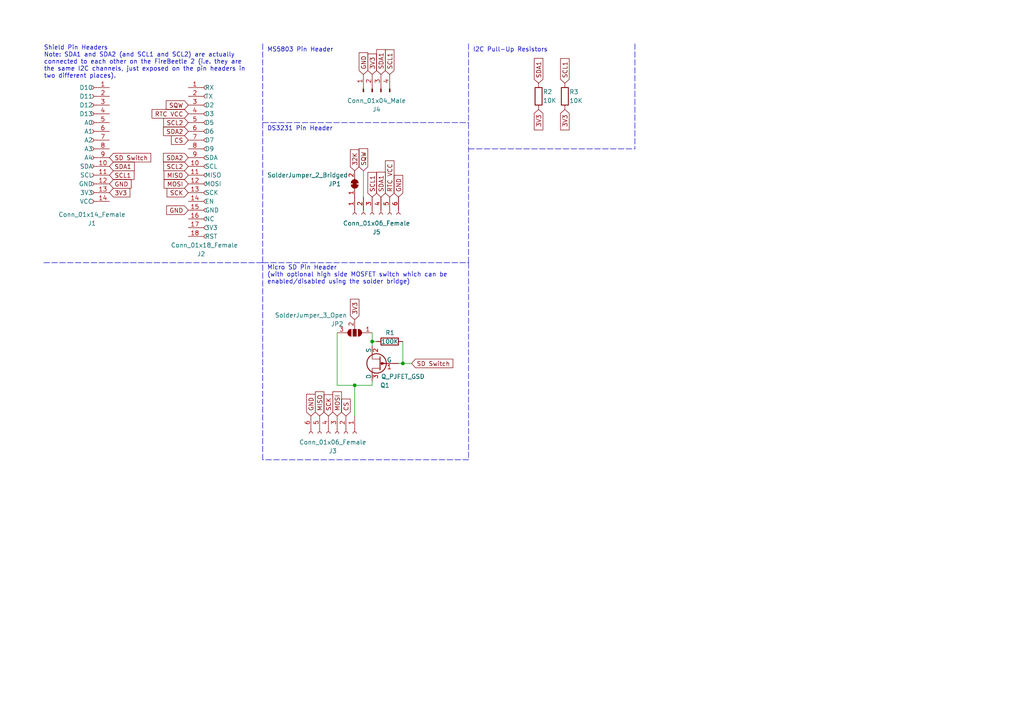
<source format=kicad_sch>
(kicad_sch (version 20231120) (generator "eeschema") (generator_version "8.0")
  (paper "A4")
  (title_block (title "DIY3 FireBeetle Shield") (date "2022-06-08") (rev "v2"))
  (lib_symbols
    (symbol "Conn_01x18_Female_1" (pin_names (offset 1.016))
      (property "Reference" "J5" (at -1.27 -26.67 0))
      (property "Value" "Conn_01x18_Female_1" (at -10.16 -24.13 0))
      (symbol "Conn_01x18_Female_1_1_1"
        (arc (start 0 -22.352) (mid -0.5058 -22.86) (end 0 -23.368) (stroke (width 0.1524)))
        (arc (start 0 -19.812) (mid -0.5058 -20.32) (end 0 -20.828) (stroke (width 0.1524)))
        (arc (start 0 -17.272) (mid -0.5058 -17.78) (end 0 -18.288) (stroke (width 0.1524)))
        (arc (start 0 -14.732) (mid -0.5058 -15.24) (end 0 -15.748) (stroke (width 0.1524)))
        (arc (start 0 -12.192) (mid -0.5058 -12.7) (end 0 -13.208) (stroke (width 0.1524)))
        (arc (start 0 -9.652) (mid -0.5058 -10.16) (end 0 -10.668) (stroke (width 0.1524)))
        (arc (start 0 -7.112) (mid -0.5058 -7.62) (end 0 -8.128) (stroke (width 0.1524)))
        (arc (start 0 -4.572) (mid -0.5058 -5.08) (end 0 -5.588) (stroke (width 0.1524)))
        (arc (start 0 -2.032) (mid -0.5058 -2.54) (end 0 -3.048) (stroke (width 0.1524)))
        (polyline (pts (xy -1.27 -22.86) (xy -0.508 -22.86)) (stroke (width 0.1524)))
        (polyline (pts (xy -1.27 -20.32) (xy -0.508 -20.32)) (stroke (width 0.1524)))
        (polyline (pts (xy -1.27 -17.78) (xy -0.508 -17.78)) (stroke (width 0.1524)))
        (polyline (pts (xy -1.27 -15.24) (xy -0.508 -15.24)) (stroke (width 0.1524)))
        (polyline (pts (xy -1.27 -12.7) (xy -0.508 -12.7)) (stroke (width 0.1524)))
        (polyline (pts (xy -1.27 -10.16) (xy -0.508 -10.16)) (stroke (width 0.1524)))
        (polyline (pts (xy -1.27 -7.62) (xy -0.508 -7.62)) (stroke (width 0.1524)))
        (polyline (pts (xy -1.27 -5.08) (xy -0.508 -5.08)) (stroke (width 0.1524)))
        (polyline (pts (xy -1.27 -2.54) (xy -0.508 -2.54)) (stroke (width 0.1524)))
        (polyline (pts (xy -1.27 0) (xy -0.508 0)) (stroke (width 0.1524)))
        (polyline (pts (xy -1.27 2.54) (xy -0.508 2.54)) (stroke (width 0.1524)))
        (polyline (pts (xy -1.27 5.08) (xy -0.508 5.08)) (stroke (width 0.1524)))
        (polyline (pts (xy -1.27 7.62) (xy -0.508 7.62)) (stroke (width 0.1524)))
        (polyline (pts (xy -1.27 10.16) (xy -0.508 10.16)) (stroke (width 0.1524)))
        (polyline (pts (xy -1.27 12.7) (xy -0.508 12.7)) (stroke (width 0.1524)))
        (polyline (pts (xy -1.27 15.24) (xy -0.508 15.24)) (stroke (width 0.1524)))
        (polyline (pts (xy -1.27 17.78) (xy -0.508 17.78)) (stroke (width 0.1524)))
        (polyline (pts (xy -1.27 20.32) (xy -0.508 20.32)) (stroke (width 0.1524)))
        (arc (start 0 0.508) (mid -0.5058 0) (end 0 -0.508) (stroke (width 0.1524)))
        (arc (start 0 3.048) (mid -0.5058 2.54) (end 0 2.032) (stroke (width 0.1524)))
        (arc (start 0 5.588) (mid -0.5058 5.08) (end 0 4.572) (stroke (width 0.1524)))
        (arc (start 0 8.128) (mid -0.5058 7.62) (end 0 7.112) (stroke (width 0.1524)))
        (arc (start 0 10.668) (mid -0.5058 10.16) (end 0 9.652) (stroke (width 0.1524)))
        (arc (start 0 13.208) (mid -0.5058 12.7) (end 0 12.192) (stroke (width 0.1524)))
        (arc (start 0 15.748) (mid -0.5058 15.24) (end 0 14.732) (stroke (width 0.1524)))
        (arc (start 0 18.288) (mid -0.5058 17.78) (end 0 17.272) (stroke (width 0.1524)))
        (arc (start 0 20.828) (mid -0.5058 20.32) (end 0 19.812) (stroke (width 0.1524)))
        (pin passive line (at -5.08 20.32 0) (length 3.81) (name "RX") (number "1"))
        (pin passive line (at -5.08 -2.54 0) (length 3.81) (name "SCL") (number "10"))
        (pin passive line (at -5.08 -5.08 0) (length 3.81) (name "MISO") (number "11"))
        (pin passive line (at -5.08 -7.62 0) (length 3.81) (name "MOSI") (number "12"))
        (pin passive line (at -5.08 -10.16 0) (length 3.81) (name "SCK") (number "13"))
        (pin passive line (at -5.08 -12.7 0) (length 3.81) (name "EN") (number "14"))
        (pin passive line (at -5.08 -15.24 0) (length 3.81) (name "GND") (number "15"))
        (pin passive line (at -5.08 -17.78 0) (length 3.81) (name "NC") (number "16"))
        (pin passive line (at -5.08 -20.32 0) (length 3.81) (name "3V3") (number "17"))
        (pin passive line (at -5.08 -22.86 0) (length 3.81) (name "RST") (number "18"))
        (pin passive line (at -5.08 17.78 0) (length 3.81) (name "TX") (number "2"))
        (pin passive line (at -5.08 15.24 0) (length 3.81) (name "D2") (number "3"))
        (pin passive line (at -5.08 12.7 0) (length 3.81) (name "D3") (number "4"))
        (pin passive line (at -5.08 10.16 0) (length 3.81) (name "D5") (number "5"))
        (pin passive line (at -5.08 7.62 0) (length 3.81) (name "D6") (number "6"))
        (pin passive line (at -5.08 5.08 0) (length 3.81) (name "D7") (number "7"))
        (pin passive line (at -5.08 2.54 0) (length 3.81) (name "D9") (number "8"))
        (pin passive line (at -5.08 0 0) (length 3.81) (name "SDA") (number "9"))
      )
    )
    (symbol "Connector:Conn_01x04_Male" (pin_names (offset 1.016) hide)
      (property "Reference" "J" (at 0 5.08 0))
      (property "Value" "Conn_01x04_Male" (at 0 -7.62 0))
      (symbol "Conn_01x04_Male_1_1"
        (polyline (pts (xy 1.27 -5.08) (xy 0.8636 -5.08)) (stroke (width 0.1524)))
        (polyline (pts (xy 1.27 -2.54) (xy 0.8636 -2.54)) (stroke (width 0.1524)))
        (polyline (pts (xy 1.27 0) (xy 0.8636 0)) (stroke (width 0.1524)))
        (polyline (pts (xy 1.27 2.54) (xy 0.8636 2.54)) (stroke (width 0.1524)))
        (rectangle (start 0.8636 -4.953) (end 0 -5.207) (stroke (width 0.1524)) (fill (type outline)))
        (rectangle (start 0.8636 -2.413) (end 0 -2.667) (stroke (width 0.1524)) (fill (type outline)))
        (rectangle (start 0.8636 0.127) (end 0 -0.127) (stroke (width 0.1524)) (fill (type outline)))
        (rectangle (start 0.8636 2.667) (end 0 2.413) (stroke (width 0.1524)) (fill (type outline)))
        (pin passive line (at 5.08 2.54 180) (length 3.81) (name "Pin_1") (number "1"))
        (pin passive line (at 5.08 0 180) (length 3.81) (name "Pin_2") (number "2"))
        (pin passive line (at 5.08 -2.54 180) (length 3.81) (name "Pin_3") (number "3"))
        (pin passive line (at 5.08 -5.08 180) (length 3.81) (name "Pin_4") (number "4"))
      )
    )
    (symbol "Connector:Conn_01x06_Female" (pin_names (offset 1.016) hide)
      (property "Reference" "J" (at 0 7.62 0))
      (property "Value" "Conn_01x06_Female" (at 0 -10.16 0))
      (symbol "Conn_01x06_Female_1_1"
        (arc (start 0 -7.112) (mid -0.5058 -7.62) (end 0 -8.128) (stroke (width 0.1524)))
        (arc (start 0 -4.572) (mid -0.5058 -5.08) (end 0 -5.588) (stroke (width 0.1524)))
        (arc (start 0 -2.032) (mid -0.5058 -2.54) (end 0 -3.048) (stroke (width 0.1524)))
        (polyline (pts (xy -1.27 -7.62) (xy -0.508 -7.62)) (stroke (width 0.1524)))
        (polyline (pts (xy -1.27 -5.08) (xy -0.508 -5.08)) (stroke (width 0.1524)))
        (polyline (pts (xy -1.27 -2.54) (xy -0.508 -2.54)) (stroke (width 0.1524)))
        (polyline (pts (xy -1.27 0) (xy -0.508 0)) (stroke (width 0.1524)))
        (polyline (pts (xy -1.27 2.54) (xy -0.508 2.54)) (stroke (width 0.1524)))
        (polyline (pts (xy -1.27 5.08) (xy -0.508 5.08)) (stroke (width 0.1524)))
        (arc (start 0 0.508) (mid -0.5058 0) (end 0 -0.508) (stroke (width 0.1524)))
        (arc (start 0 3.048) (mid -0.5058 2.54) (end 0 2.032) (stroke (width 0.1524)))
        (arc (start 0 5.588) (mid -0.5058 5.08) (end 0 4.572) (stroke (width 0.1524)))
        (pin passive line (at -5.08 5.08 0) (length 3.81) (name "Pin_1") (number "1"))
        (pin passive line (at -5.08 2.54 0) (length 3.81) (name "Pin_2") (number "2"))
        (pin passive line (at -5.08 0 0) (length 3.81) (name "Pin_3") (number "3"))
        (pin passive line (at -5.08 -2.54 0) (length 3.81) (name "Pin_4") (number "4"))
        (pin passive line (at -5.08 -5.08 0) (length 3.81) (name "Pin_5") (number "5"))
        (pin passive line (at -5.08 -7.62 0) (length 3.81) (name "Pin_6") (number "6"))
      )
    )
    (symbol "Connector:Conn_01x14_Female" (pin_names (offset 1.016))
      (property "Reference" "J1" (at -1.27 -22.86 0))
      (property "Value" "Conn_01x14_Female" (at -1.27 -20.32 0))
      (symbol "Conn_01x14_Female_1_1"
        (arc (start 0 -17.272) (mid -0.5058 -17.78) (end 0 -18.288) (stroke (width 0.1524)))
        (arc (start 0 -14.732) (mid -0.5058 -15.24) (end 0 -15.748) (stroke (width 0.1524)))
        (arc (start 0 -12.192) (mid -0.5058 -12.7) (end 0 -13.208) (stroke (width 0.1524)))
        (arc (start 0 -9.652) (mid -0.5058 -10.16) (end 0 -10.668) (stroke (width 0.1524)))
        (arc (start 0 -7.112) (mid -0.5058 -7.62) (end 0 -8.128) (stroke (width 0.1524)))
        (arc (start 0 -4.572) (mid -0.5058 -5.08) (end 0 -5.588) (stroke (width 0.1524)))
        (arc (start 0 -2.032) (mid -0.5058 -2.54) (end 0 -3.048) (stroke (width 0.1524)))
        (polyline (pts (xy -1.27 -17.78) (xy -0.508 -17.78)) (stroke (width 0.1524)))
        (polyline (pts (xy -1.27 -15.24) (xy -0.508 -15.24)) (stroke (width 0.1524)))
        (polyline (pts (xy -1.27 -12.7) (xy -0.508 -12.7)) (stroke (width 0.1524)))
        (polyline (pts (xy -1.27 -10.16) (xy -0.508 -10.16)) (stroke (width 0.1524)))
        (polyline (pts (xy -1.27 -7.62) (xy -0.508 -7.62)) (stroke (width 0.1524)))
        (polyline (pts (xy -1.27 -5.08) (xy -0.508 -5.08)) (stroke (width 0.1524)))
        (polyline (pts (xy -1.27 -2.54) (xy -0.508 -2.54)) (stroke (width 0.1524)))
        (polyline (pts (xy -1.27 0) (xy -0.508 0)) (stroke (width 0.1524)))
        (polyline (pts (xy -1.27 2.54) (xy -0.508 2.54)) (stroke (width 0.1524)))
        (polyline (pts (xy -1.27 5.08) (xy -0.508 5.08)) (stroke (width 0.1524)))
        (polyline (pts (xy -1.27 7.62) (xy -0.508 7.62)) (stroke (width 0.1524)))
        (polyline (pts (xy -1.27 10.16) (xy -0.508 10.16)) (stroke (width 0.1524)))
        (polyline (pts (xy -1.27 12.7) (xy -0.508 12.7)) (stroke (width 0.1524)))
        (polyline (pts (xy -1.27 15.24) (xy -0.508 15.24)) (stroke (width 0.1524)))
        (arc (start 0 0.508) (mid -0.5058 0) (end 0 -0.508) (stroke (width 0.1524)))
        (arc (start 0 3.048) (mid -0.5058 2.54) (end 0 2.032) (stroke (width 0.1524)))
        (arc (start 0 5.588) (mid -0.5058 5.08) (end 0 4.572) (stroke (width 0.1524)))
        (arc (start 0 8.128) (mid -0.5058 7.62) (end 0 7.112) (stroke (width 0.1524)))
        (arc (start 0 10.668) (mid -0.5058 10.16) (end 0 9.652) (stroke (width 0.1524)))
        (arc (start 0 13.208) (mid -0.5058 12.7) (end 0 12.192) (stroke (width 0.1524)))
        (arc (start 0 15.748) (mid -0.5058 15.24) (end 0 14.732) (stroke (width 0.1524)))
        (pin passive line (at -5.08 -17.78 0) (length 3.81) (name "D10") (number "1"))
        (pin passive line (at -5.08 5.08 0) (length 3.81) (name "SDA") (number "10"))
        (pin passive line (at -5.08 7.62 0) (length 3.81) (name "SCL") (number "11"))
        (pin passive line (at -5.08 10.16 0) (length 3.81) (name "GND") (number "12"))
        (pin passive line (at -5.08 12.7 0) (length 3.81) (name "3V3") (number "13"))
        (pin passive line (at -5.08 15.24 0) (length 3.81) (name "VCC") (number "14"))
        (pin passive line (at -5.08 -15.24 0) (length 3.81) (name "D11") (number "2"))
        (pin passive line (at -5.08 -12.7 0) (length 3.81) (name "D12") (number "3"))
        (pin passive line (at -5.08 -10.16 0) (length 3.81) (name "D13") (number "4"))
        (pin passive line (at -5.08 -7.62 0) (length 3.81) (name "A0") (number "5"))
        (pin passive line (at -5.08 -5.08 0) (length 3.81) (name "A1") (number "6"))
        (pin passive line (at -5.08 -2.54 0) (length 3.81) (name "A2") (number "7"))
        (pin passive line (at -5.08 0 0) (length 3.81) (name "A3") (number "8"))
        (pin passive line (at -5.08 2.54 0) (length 3.81) (name "A4") (number "9"))
      )
    )
    (symbol "Device:Q_PJFET_GSD" (pin_names (offset 0))
      (property "Reference" "Q" (at 5.08 1.27 0))
      (property "Value" "Q_PJFET_GSD" (at 5.08 -1.27 0))
      (symbol "Q_PJFET_GSD_0_1"
        (polyline (pts (xy 0.254 1.905) (xy 0.254 -1.905) (xy 0.254 -1.905)) (stroke (width 0.254)))
        (polyline (pts (xy 2.54 -2.54) (xy 2.54 -1.27) (xy 0.254 -1.27)))
        (polyline (pts (xy 2.54 2.54) (xy 2.54 1.397) (xy 0.254 1.397)))
        (polyline (pts (xy -1.143 0) (xy -0.127 0.381) (xy -0.127 -0.381) (xy -1.143 0)) (fill (type outline)))
        (circle (center 1.27 0) (radius 2.8194) (stroke (width 0.254)))
      )
      (symbol "Q_PJFET_GSD_1_1"
        (pin input line (at -5.08 0 0) (length 5.334) (name "G") (number "1"))
        (pin passive line (at 2.54 -5.08 90) (length 2.54) (name "S") (number "2"))
        (pin passive line (at 2.54 5.08 270) (length 2.54) (name "D") (number "3"))
      )
    )
    (symbol "Device:R" (pin_numbers hide) (pin_names (offset 0))
      (property "Reference" "R" (at 2.032 0 90))
      (property "Value" "R" (at 0 0 90))
      (symbol "R_0_1"
        (rectangle (start -1.016 -2.54) (end 1.016 2.54) (stroke (width 0.254)))
      )
      (symbol "R_1_1"
        (pin passive line (at 0 3.81 270) (length 1.27) (name "~") (number "1"))
        (pin passive line (at 0 -3.81 90) (length 1.27) (name "~") (number "2"))
      )
    )
    (symbol "Jumper:SolderJumper_2_Bridged" (pin_names (offset 0) hide)
      (property "Reference" "JP" (at 0 2.032 0))
      (property "Value" "SolderJumper_2_Bridged" (at 0 -2.54 0))
      (symbol "SolderJumper_2_Bridged_0_1"
        (rectangle (start -0.508 0.508) (end 0.508 -0.508) (fill (type outline)))
        (arc (start -0.254 1.016) (mid -1.2655 0) (end -0.254 -1.016))
        (arc (start -0.254 1.016) (mid -1.2655 0) (end -0.254 -1.016) (fill (type outline)))
        (polyline (pts (xy -0.254 1.016) (xy -0.254 -1.016)))
        (polyline (pts (xy 0.254 1.016) (xy 0.254 -1.016)))
        (arc (start 0.254 -1.016) (mid 1.2655 0) (end 0.254 1.016))
        (arc (start 0.254 -1.016) (mid 1.2655 0) (end 0.254 1.016) (fill (type outline)))
      )
      (symbol "SolderJumper_2_Bridged_1_1"
        (pin passive line (at -3.81 0 0) (length 2.54) (name "A") (number "1"))
        (pin passive line (at 3.81 0 180) (length 2.54) (name "B") (number "2"))
      )
    )
    (symbol "Jumper:SolderJumper_3_Open" (pin_names (offset 0) hide)
      (property "Reference" "JP" (at -2.54 -2.54 0))
      (property "Value" "SolderJumper_3_Open" (at 0 2.794 0))
      (symbol "SolderJumper_3_Open_0_1"
        (arc (start -1.016 1.016) (mid -2.0275 0) (end -1.016 -1.016))
        (arc (start -1.016 1.016) (mid -2.0275 0) (end -1.016 -1.016) (fill (type outline)))
        (rectangle (start -0.508 1.016) (end 0.508 -1.016) (fill (type outline)))
        (polyline (pts (xy -2.54 0) (xy -2.032 0)))
        (polyline (pts (xy -1.016 1.016) (xy -1.016 -1.016)))
        (polyline (pts (xy 0 -1.27) (xy 0 -1.016)))
        (polyline (pts (xy 1.016 1.016) (xy 1.016 -1.016)))
        (polyline (pts (xy 2.54 0) (xy 2.032 0)))
        (arc (start 1.016 -1.016) (mid 2.0275 0) (end 1.016 1.016))
        (arc (start 1.016 -1.016) (mid 2.0275 0) (end 1.016 1.016) (fill (type outline)))
      )
      (symbol "SolderJumper_3_Open_1_1"
        (pin passive line (at -5.08 0 0) (length 2.54) (name "A") (number "1"))
        (pin passive line (at 0 -3.81 90) (length 2.54) (name "C") (number "2"))
        (pin passive line (at 5.08 0 180) (length 2.54) (name "B") (number "3"))
      )
    )
  )
  (junction (at 102.87 111.76))
  (junction (at 116.84 105.41))
  (junction (at 107.95 99.06))
  (polyline (pts (xy 135.89 76.2) (xy 135.89 35.56)) (stroke (width 0) (type dash)))
  (polyline (pts (xy 76.2 35.56) (xy 135.89 35.56)) (stroke (width 0) (type dash)))
  (polyline (pts (xy 76.2 12.7) (xy 76.2 76.2)) (stroke (width 0) (type dash)))
  (polyline (pts (xy 76.2 133.35) (xy 76.2 76.2)) (stroke (width 0) (type dash)))
  (wire (pts (xy 107.95 99.06) (xy 107.95 100.33)))
  (wire (pts (xy 102.87 111.76) (xy 107.95 111.76)))
  (polyline (pts (xy 135.89 133.35) (xy 76.2 133.35)) (stroke (width 0) (type dash)))
  (wire (pts (xy 107.95 99.06) (xy 109.22 99.06)))
  (wire (pts (xy 102.87 111.76) (xy 102.87 120.65)))
  (wire (pts (xy 116.84 105.41) (xy 119.38 105.41)))
  (wire (pts (xy 116.84 99.06) (xy 116.84 105.41)))
  (polyline (pts (xy 12.7 76.2) (xy 76.2 76.2)) (stroke (width 0) (type dash)))
  (wire (pts (xy 97.79 96.52) (xy 97.79 111.76)))
  (wire (pts (xy 97.79 111.76) (xy 102.87 111.76)))
  (polyline (pts (xy 135.89 76.2) (xy 135.89 133.35)) (stroke (width 0) (type dash)))
  (wire (pts (xy 107.95 96.52) (xy 107.95 99.06)))
  (polyline (pts (xy 135.89 43.18) (xy 184.15 43.18)) (stroke (width 0) (type dash)))
  (wire (pts (xy 115.57 105.41) (xy 116.84 105.41)))
  (wire (pts (xy 107.95 111.76) (xy 107.95 110.49)))
  (wire (pts (xy 105.41 49.53) (xy 105.41 57.15)))
  (polyline (pts (xy 184.15 12.7) (xy 184.15 43.18)) (stroke (width 0) (type dash)))
  (polyline (pts (xy 76.2 76.2) (xy 135.89 76.2)) (stroke (width 0) (type dash)))
  (polyline (pts (xy 135.89 12.7) (xy 135.89 35.56)) (stroke (width 0) (type dash)))
  (text "MS5803 Pin Header" (at 77.47 15.24 0) (effects (font (size 1.27 1.27)) (justify left bottom)))
  (text "I2C Pull-Up Resistors" (at 137.16 15.24 0) (effects (font (size 1.27 1.27)) (justify left bottom)))
  (text "DS3231 Pin Header" (at 77.47 38.1 0) (effects (font (size 1.27 1.27)) (justify left bottom)))
  (text "Micro SD Pin Header\n(with optional high side MOSFET switch which can be \nenabled/disabled using the solder bridge)" (at 77.47 82.55 0) (effects (font (size 1.27 1.27)) (justify left bottom)))
  (text "Shield Pin Headers\nNote: SDA1 and SDA2 (and SCL1 and SCL2) are actually \nconnected to each other on the FireBeetle 2 (i.e. they are \nthe same I2C channels, just exposed on the pin headers in \ntwo different places)." (at 12.7 22.86 0) (effects (font (size 1.27 1.27)) (justify left bottom)))
  (global_label "SDA1" (shape input) (at 31.75 48.26 0) (property "Intersheetrefs" "${INTERSHEET_REFS}" (effects (hide yes))))
  (global_label "SCL1" (shape input) (at 113.03 21.59 90) (property "Intersheetrefs" "${INTERSHEET_REFS}" (effects (hide yes))))
  (global_label "SQW" (shape input) (at 105.41 49.53 90) (property "Intersheetrefs" "${INTERSHEET_REFS}" (effects (hide yes))))
  (global_label "CS" (shape input) (at 54.61 40.64 180) (property "Intersheetrefs" "${INTERSHEET_REFS}" (effects (hide yes))))
  (global_label "SDA1" (shape input) (at 110.49 21.59 90) (property "Intersheetrefs" "${INTERSHEET_REFS}" (effects (hide yes))))
  (global_label "GND" (shape input) (at 31.75 53.34 0) (property "Intersheetrefs" "${INTERSHEET_REFS}" (effects (hide yes))))
  (global_label "RTC VCC" (shape input) (at 113.03 57.15 90) (property "Intersheetrefs" "${INTERSHEET_REFS}" (effects (hide yes))))
  (global_label "SCK" (shape input) (at 54.61 55.88 180) (property "Intersheetrefs" "${INTERSHEET_REFS}" (effects (hide yes))))
  (global_label "SCL1" (shape input) (at 107.95 57.15 90) (property "Intersheetrefs" "${INTERSHEET_REFS}" (effects (hide yes))))
  (global_label "CS" (shape input) (at 100.33 120.65 90) (property "Intersheetrefs" "${INTERSHEET_REFS}" (effects (hide yes))))
  (global_label "SD Switch" (shape input) (at 119.38 105.41 0) (property "Intersheetrefs" "${INTERSHEET_REFS}" (effects (hide yes))))
  (global_label "SDA2" (shape input) (at 54.61 38.1 180) (property "Intersheetrefs" "${INTERSHEET_REFS}" (effects (hide yes))))
  (global_label "3V3" (shape input) (at 102.87 92.71 90) (property "Intersheetrefs" "${INTERSHEET_REFS}" (effects (hide yes))))
  (global_label "3V3" (shape input) (at 107.95 21.59 90) (property "Intersheetrefs" "${INTERSHEET_REFS}" (effects (hide yes))))
  (global_label "SCK" (shape input) (at 95.25 120.65 90) (property "Intersheetrefs" "${INTERSHEET_REFS}" (effects (hide yes))))
  (global_label "GND" (shape input) (at 90.17 120.65 90) (property "Intersheetrefs" "${INTERSHEET_REFS}" (effects (hide yes))))
  (global_label "SDA2" (shape input) (at 54.61 45.72 180) (property "Intersheetrefs" "${INTERSHEET_REFS}" (effects (hide yes))))
  (global_label "3V3" (shape input) (at 163.83 31.75 270) (property "Intersheetrefs" "${INTERSHEET_REFS}" (effects (hide yes))))
  (global_label "RTC VCC" (shape input) (at 54.61 33.02 180) (property "Intersheetrefs" "${INTERSHEET_REFS}" (effects (hide yes))))
  (global_label "SDA1" (shape input) (at 156.21 24.13 90) (property "Intersheetrefs" "${INTERSHEET_REFS}" (effects (hide yes))))
  (global_label "SCL2" (shape input) (at 54.61 48.26 180) (property "Intersheetrefs" "${INTERSHEET_REFS}" (effects (hide yes))))
  (global_label "MOSI" (shape input) (at 54.61 53.34 180) (property "Intersheetrefs" "${INTERSHEET_REFS}" (effects (hide yes))))
  (global_label "32K" (shape input) (at 102.87 49.53 90) (property "Intersheetrefs" "${INTERSHEET_REFS}" (effects (hide yes))))
  (global_label "MISO" (shape input) (at 92.71 120.65 90) (property "Intersheetrefs" "${INTERSHEET_REFS}" (effects (hide yes))))
  (global_label "MOSI" (shape input) (at 97.79 120.65 90) (property "Intersheetrefs" "${INTERSHEET_REFS}" (effects (hide yes))))
  (global_label "GND" (shape input) (at 54.61 60.96 180) (property "Intersheetrefs" "${INTERSHEET_REFS}" (effects (hide yes))))
  (global_label "3V3" (shape input) (at 31.75 55.88 0) (property "Intersheetrefs" "${INTERSHEET_REFS}" (effects (hide yes))))
  (global_label "SD Switch" (shape input) (at 31.75 45.72 0) (property "Intersheetrefs" "${INTERSHEET_REFS}" (effects (hide yes))))
  (global_label "3V3" (shape input) (at 156.21 31.75 270) (property "Intersheetrefs" "${INTERSHEET_REFS}" (effects (hide yes))))
  (global_label "SCL1" (shape input) (at 31.75 50.8 0) (property "Intersheetrefs" "${INTERSHEET_REFS}" (effects (hide yes))))
  (global_label "SCL1" (shape input) (at 163.83 24.13 90) (property "Intersheetrefs" "${INTERSHEET_REFS}" (effects (hide yes))))
  (global_label "GND" (shape input) (at 105.41 21.59 90) (property "Intersheetrefs" "${INTERSHEET_REFS}" (effects (hide yes))))
  (global_label "MISO" (shape input) (at 54.61 50.8 180) (property "Intersheetrefs" "${INTERSHEET_REFS}" (effects (hide yes))))
  (global_label "GND" (shape input) (at 115.57 57.15 90) (property "Intersheetrefs" "${INTERSHEET_REFS}" (effects (hide yes))))
  (global_label "SDA1" (shape input) (at 110.49 57.15 90) (property "Intersheetrefs" "${INTERSHEET_REFS}" (effects (hide yes))))
  (global_label "SQW" (shape input) (at 54.61 30.48 180) (property "Intersheetrefs" "${INTERSHEET_REFS}" (effects (hide yes))))
  (global_label "SCL2" (shape input) (at 54.61 35.56 180) (property "Intersheetrefs" "${INTERSHEET_REFS}" (effects (hide yes))))
  (symbol (lib_id "Jumper:SolderJumper_2_Bridged") (at 102.87 53.34 90) (unit 1)
    (property "Reference" "JP1" (at 95.25 53.34 90) (effects (justify right)))
    (property "Value" "SolderJumper_2_Bridged" (at 77.47 50.8 90) (effects (justify right)))
    (property "Footprint" "Jumper:SolderJumper-2_P1.3mm_Bridged_RoundedPad1.0x1.5mm" (effects (hide yes)))
  )
  (symbol (lib_id "Device:R") (at 163.83 27.94 0) (unit 1)
    (property "Reference" "R3" (at 165.1 26.67 0) (effects (justify left)))
    (property "Value" "10K" (at 165.1 29.21 0) (effects (justify left)))
    (property "Footprint" "Resistor_THT:R_Axial_DIN0204_L3.6mm_D1.6mm_P7.62mm_Horizontal" (effects (hide yes)))
  )
  (symbol (lib_id "Device:R") (at 156.21 27.94 0) (unit 1)
    (property "Reference" "R2" (at 157.4709 26.6241 0) (effects (justify left)))
    (property "Value" "10K" (at 157.4709 29.1641 0) (effects (justify left)))
    (property "Footprint" "Resistor_THT:R_Axial_DIN0204_L3.6mm_D1.6mm_P7.62mm_Horizontal" (effects (hide yes)))
  )
  (symbol (lib_id "Device:R") (at 113.03 99.06 270) (unit 1)
    (property "Reference" "R1" (at 111.76 96.52 90) (effects (justify left)))
    (property "Value" "100K" (at 110.49 99.06 90) (effects (justify left)))
    (property "Footprint" "Resistor_THT:R_Axial_DIN0204_L3.6mm_D1.6mm_P7.62mm_Horizontal" (effects (hide yes)))
  )
  (symbol (lib_id "Connector:Conn_01x14_Female") (at 26.67 43.18 180) (unit 1)
    (property "Reference" "J1" (at 26.67 64.77 0))
    (property "Value" "Conn_01x14_Female" (at 26.67 62.23 0))
    (property "Footprint" "Connector_PinHeader_2.54mm:PinHeader_1x14_P2.54mm_Vertical" (effects (hide yes)))
  )
  (symbol (lib_id "Jumper:SolderJumper_3_Open") (at 102.87 96.52 180) (unit 1)
    (property "Reference" "JP2" (at 97.79 93.98 0))
    (property "Value" "SolderJumper_3_Open" (at 90.17 91.44 0))
    (property "Footprint" "Jumper:SolderJumper-3_P1.3mm_Open_RoundedPad1.0x1.5mm" (effects (hide yes)))
  )
  (symbol (lib_id "Connector:Conn_01x06_Female") (at 97.79 125.73 270) (unit 1)
    (property "Reference" "J3" (at 96.52 130.81 90))
    (property "Value" "Conn_01x06_Female" (at 96.52 128.27 90))
    (property "Footprint" "Connector_PinSocket_2.54mm:PinSocket_1x06_P2.54mm_Vertical" (effects (hide yes)))
  )
  (symbol (lib_id "Connector:Conn_01x04_Male") (at 107.95 26.67 90) (unit 1)
    (property "Reference" "J4" (at 109.22 31.75 90))
    (property "Value" "Conn_01x04_Male" (at 109.22 29.21 90))
    (property "Footprint" "Connector_JST:JST_PH_B4B-PH-K_1x04_P2.00mm_Vertical" (effects (hide yes)))
  )
  (symbol (lib_name "Conn_01x18_Female_1") (lib_id "Connector:Conn_01x18_Female") (at 59.69 45.72 0) (unit 1)
    (property "Reference" "J2" (at 57.15 73.66 0) (effects (justify left)))
    (property "Value" "Conn_01x18_Female" (at 49.53 71.12 0) (effects (justify left)))
    (property "Footprint" "Connector_PinHeader_2.54mm:PinHeader_1x18_P2.54mm_Vertical" (effects (hide yes)))
  )
  (symbol (lib_id "Device:Q_PJFET_GSD") (at 110.49 105.41 180) (unit 1)
    (property "Reference" "Q1" (at 113.03 111.76 0) (effects (justify left)))
    (property "Value" "Q_PJFET_GSD" (at 123.19 109.22 0) (effects (justify left)))
    (property "Footprint" "Package_TO_SOT_SMD:SOT-323_SC-70_Handsoldering" (effects (hide yes)))
  )
  (symbol (lib_id "Connector:Conn_01x06_Female") (at 107.95 62.23 90) (mirror x) (unit 1)
    (property "Reference" "J5" (at 109.22 67.31 90))
    (property "Value" "Conn_01x06_Female" (at 109.22 64.77 90))
    (property "Footprint" "Connector_PinSocket_2.54mm:PinSocket_1x06_P2.54mm_Vertical" (effects (hide yes)))
  )
)
</source>
